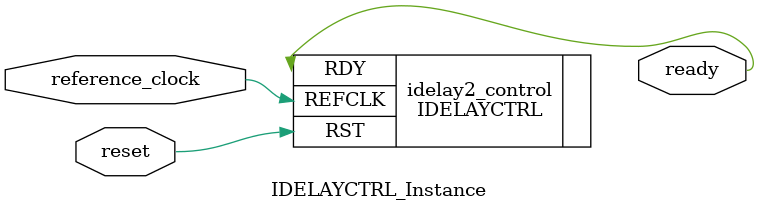
<source format=v>


// This is a trivial wrapper module, but it does convert a Verilog attribute
// on the module instance into a parameter, which makes for a cleaner
// composition into larger designs.

//## Usage

// One IDELAYCTRL is needed per I/O Bank and the controlled IDELAY2 blocks
// must be in the same `IODELAY_GROUP`.  If `ready` drops then calibration was
// lost, likely due to a `reference_clock` glitch: reset and retrain your
// interface logic.  See the "*7 Series FPGAs SelectIO Resources User Guide
// (UG471)*" for details on the allowable reference clock frequency ranges.

`default_nettype none

module IDELAYCTRL_Instance
#(
    parameter IODELAY_GROUP     = ""    // Must match with the IDELAY2 blocks
)
(
    input  wire                 reference_clock,    // See UG471 for allowable frequency ranges
    input  wire                 reset,
    output wire                 ready               // If this drops, reset and retrain
);


    (* IODELAY_GROUP = IODELAY_GROUP *) // Specifies group name for associated IDELAY2s/ODELAY2s and IDELAYCTRL

    IDELAYCTRL 
    idelay2_control (
        .RDY    (ready),            // 1-bit output: Ready output
        .REFCLK (reference_clock),  // 1-bit input:  Reference clock input
        .RST    (reset)             // 1-bit input:  Active high reset input
    );

endmodule


</source>
